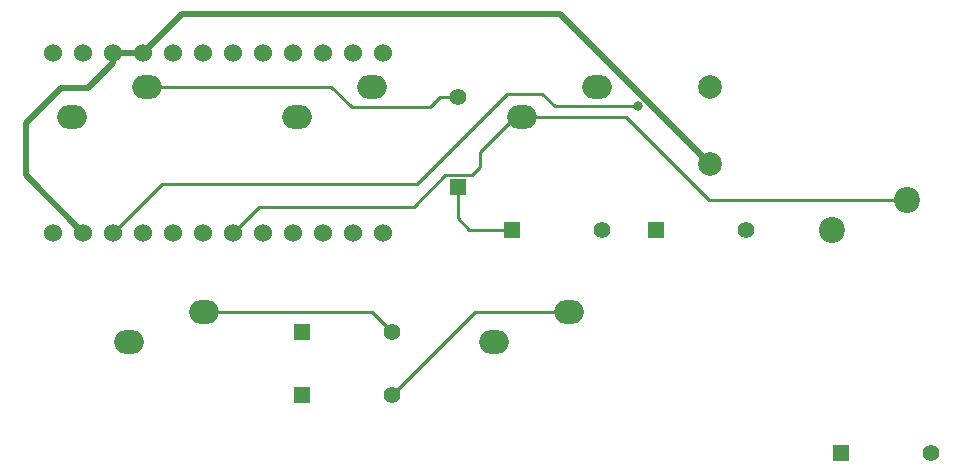
<source format=gtl>
G04 #@! TF.GenerationSoftware,KiCad,Pcbnew,(7.0.0)*
G04 #@! TF.CreationDate,2023-09-07T17:01:30+09:00*
G04 #@! TF.ProjectId,iso6,69736f36-2e6b-4696-9361-645f70636258,rev?*
G04 #@! TF.SameCoordinates,Original*
G04 #@! TF.FileFunction,Copper,L1,Top*
G04 #@! TF.FilePolarity,Positive*
%FSLAX46Y46*%
G04 Gerber Fmt 4.6, Leading zero omitted, Abs format (unit mm)*
G04 Created by KiCad (PCBNEW (7.0.0)) date 2023-09-07 17:01:30*
%MOMM*%
%LPD*%
G01*
G04 APERTURE LIST*
G04 #@! TA.AperFunction,ComponentPad*
%ADD10R,1.397000X1.397000*%
G04 #@! TD*
G04 #@! TA.AperFunction,ComponentPad*
%ADD11C,1.397000*%
G04 #@! TD*
G04 #@! TA.AperFunction,ComponentPad*
%ADD12C,2.000000*%
G04 #@! TD*
G04 #@! TA.AperFunction,ComponentPad*
%ADD13C,1.524000*%
G04 #@! TD*
G04 #@! TA.AperFunction,ComponentPad*
%ADD14O,2.500000X2.000000*%
G04 #@! TD*
G04 #@! TA.AperFunction,ComponentPad*
%ADD15C,2.200000*%
G04 #@! TD*
G04 #@! TA.AperFunction,ViaPad*
%ADD16C,0.800000*%
G04 #@! TD*
G04 #@! TA.AperFunction,Conductor*
%ADD17C,0.250000*%
G04 #@! TD*
G04 #@! TA.AperFunction,Conductor*
%ADD18C,0.500000*%
G04 #@! TD*
G04 APERTURE END LIST*
D10*
X102614999Y-52599999D03*
D11*
X110235000Y-52600000D03*
D12*
X107156300Y-40481200D03*
X107156300Y-46981200D03*
D13*
X51580000Y-37600000D03*
X54120000Y-37600000D03*
X56660000Y-37600000D03*
X59200000Y-37600000D03*
X61740000Y-37600000D03*
X64280000Y-37600000D03*
X66820000Y-37600000D03*
X69360000Y-37600000D03*
X71900000Y-37600000D03*
X74440000Y-37600000D03*
X76980000Y-37600000D03*
X79520000Y-37600000D03*
X79520000Y-52820000D03*
X76980000Y-52820000D03*
X74440000Y-52820000D03*
X71900000Y-52820000D03*
X69360000Y-52820000D03*
X66820000Y-52820000D03*
X64280000Y-52820000D03*
X61740000Y-52820000D03*
X59200000Y-52820000D03*
X56660000Y-52820000D03*
X54120000Y-52820000D03*
X51580000Y-52820000D03*
D10*
X90414999Y-52599999D03*
D11*
X98035000Y-52600000D03*
D14*
X72231299Y-43021199D03*
X78581299Y-40481199D03*
X88899999Y-62071199D03*
X95249999Y-59531199D03*
X57943799Y-62071199D03*
X64293799Y-59531199D03*
D10*
X72614999Y-61199999D03*
D11*
X80235000Y-61200000D03*
D15*
X123840000Y-50020000D03*
X117490000Y-52560000D03*
D10*
X118239999Y-71437499D03*
D11*
X125860000Y-71437500D03*
D10*
X72599999Y-66599999D03*
D11*
X80220000Y-66600000D03*
D10*
X85799999Y-48984999D03*
D11*
X85800000Y-41365000D03*
D14*
X53181299Y-43021199D03*
X59531299Y-40481199D03*
X91289999Y-43019999D03*
X97639999Y-40479999D03*
D16*
X101103100Y-42131500D03*
D17*
X59531300Y-40481200D02*
X75081200Y-40481200D01*
X76825000Y-42225000D02*
X83425000Y-42225000D01*
X75081200Y-40481200D02*
X76825000Y-42225000D01*
X84285000Y-41365000D02*
X85800000Y-41365000D01*
X83425000Y-42225000D02*
X84285000Y-41365000D01*
X86800000Y-52600000D02*
X90415000Y-52600000D01*
X85800000Y-48985000D02*
X85800000Y-51600000D01*
X85800000Y-51600000D02*
X86800000Y-52600000D01*
X64293800Y-59531200D02*
X78566200Y-59531200D01*
X78566200Y-59531200D02*
X80235000Y-61200000D01*
X87288800Y-59531200D02*
X80220000Y-66600000D01*
X95250000Y-59531200D02*
X87288800Y-59531200D01*
X90686167Y-43020000D02*
X87725000Y-45981167D01*
X100070000Y-43020000D02*
X91290000Y-43020000D01*
X87725000Y-45981167D02*
X87725000Y-47225000D01*
X87725000Y-47225000D02*
X86988500Y-47961500D01*
X84776500Y-47961500D02*
X82099100Y-50638900D01*
X86988500Y-47961500D02*
X84776500Y-47961500D01*
X69001100Y-50638900D02*
X66820000Y-52820000D01*
X91290000Y-43020000D02*
X90686167Y-43020000D01*
X107070000Y-50020000D02*
X100070000Y-43020000D01*
X82099100Y-50638900D02*
X69001100Y-50638900D01*
X123840000Y-50020000D02*
X107070000Y-50020000D01*
X89975000Y-41050000D02*
X92943100Y-41050000D01*
X56660000Y-52820000D02*
X60780000Y-48700000D01*
X82325000Y-48700000D02*
X89975000Y-41050000D01*
X94024600Y-42131500D02*
X101103100Y-42131500D01*
X60780000Y-48700000D02*
X82325000Y-48700000D01*
X92943100Y-41050000D02*
X94024600Y-42131500D01*
D18*
X62475000Y-34325000D02*
X94500100Y-34325000D01*
X54120000Y-52820000D02*
X49250000Y-47950000D01*
X56660000Y-38440000D02*
X56660000Y-37600000D01*
X59200000Y-37600000D02*
X62475000Y-34325000D01*
X52200000Y-40600000D02*
X54500000Y-40600000D01*
X94500100Y-34325000D02*
X107156300Y-46981200D01*
X49250000Y-43550000D02*
X52200000Y-40600000D01*
X54500000Y-40600000D02*
X56660000Y-38440000D01*
X59200000Y-37600000D02*
X56660000Y-37600000D01*
X49250000Y-47950000D02*
X49250000Y-43550000D01*
M02*

</source>
